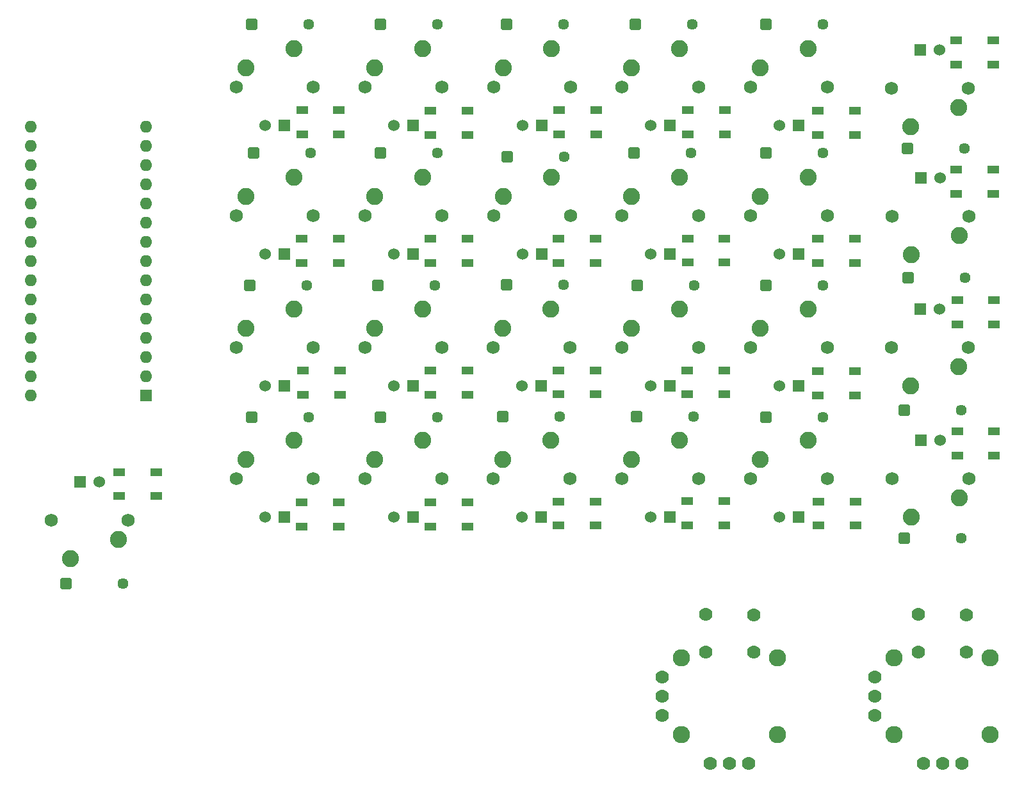
<source format=gbr>
%TF.GenerationSoftware,KiCad,Pcbnew,9.0.2*%
%TF.CreationDate,2025-06-30T11:43:15-04:00*%
%TF.ProjectId,PCB,5043422e-6b69-4636-9164-5f7063625858,rev?*%
%TF.SameCoordinates,Original*%
%TF.FileFunction,Soldermask,Top*%
%TF.FilePolarity,Negative*%
%FSLAX46Y46*%
G04 Gerber Fmt 4.6, Leading zero omitted, Abs format (unit mm)*
G04 Created by KiCad (PCBNEW 9.0.2) date 2025-06-30 11:43:15*
%MOMM*%
%LPD*%
G01*
G04 APERTURE LIST*
G04 Aperture macros list*
%AMRoundRect*
0 Rectangle with rounded corners*
0 $1 Rounding radius*
0 $2 $3 $4 $5 $6 $7 $8 $9 X,Y pos of 4 corners*
0 Add a 4 corners polygon primitive as box body*
4,1,4,$2,$3,$4,$5,$6,$7,$8,$9,$2,$3,0*
0 Add four circle primitives for the rounded corners*
1,1,$1+$1,$2,$3*
1,1,$1+$1,$4,$5*
1,1,$1+$1,$6,$7*
1,1,$1+$1,$8,$9*
0 Add four rect primitives between the rounded corners*
20,1,$1+$1,$2,$3,$4,$5,0*
20,1,$1+$1,$4,$5,$6,$7,0*
20,1,$1+$1,$6,$7,$8,$9,0*
20,1,$1+$1,$8,$9,$2,$3,0*%
G04 Aperture macros list end*
%ADD10R,1.500000X1.000000*%
%ADD11C,1.442000*%
%ADD12RoundRect,0.102000X-0.619000X-0.619000X0.619000X-0.619000X0.619000X0.619000X-0.619000X0.619000X0*%
%ADD13C,1.778000*%
%ADD14C,2.286000*%
%ADD15R,1.600000X1.600000*%
%ADD16O,1.600000X1.600000*%
%ADD17C,1.750000*%
%ADD18C,2.250000*%
%ADD19R,1.524000X1.524000*%
%ADD20C,1.524000*%
G04 APERTURE END LIST*
D10*
%TO.C,D41*%
X131300000Y-66325000D03*
X131300000Y-69525000D03*
X136200000Y-69525000D03*
X136200000Y-66325000D03*
%TD*%
D11*
%TO.C,D5*%
X73768500Y-112000000D03*
D12*
X66231500Y-112000000D03*
%TD*%
D11*
%TO.C,D3*%
X98037000Y-72500000D03*
D12*
X90500000Y-72500000D03*
%TD*%
D11*
%TO.C,D1*%
X98268500Y-38000000D03*
D12*
X90731500Y-38000000D03*
%TD*%
D11*
%TO.C,D2*%
X98537000Y-55000000D03*
D12*
X91000000Y-55000000D03*
%TD*%
D11*
%TO.C,D18*%
X149218500Y-72550000D03*
D12*
X141681500Y-72550000D03*
%TD*%
D11*
%TO.C,D14*%
X131513500Y-89874000D03*
D12*
X123976500Y-89874000D03*
%TD*%
D10*
%TO.C,D33*%
X165600000Y-83900000D03*
X165600000Y-87100000D03*
X170500000Y-87100000D03*
X170500000Y-83900000D03*
%TD*%
%TO.C,D31*%
X165700000Y-101100000D03*
X165700000Y-104300000D03*
X170600000Y-104300000D03*
X170600000Y-101100000D03*
%TD*%
D13*
%TO.C,U1*%
X150755400Y-116066500D03*
X157105400Y-116086300D03*
X150755400Y-121006500D03*
X157115400Y-121026500D03*
X151405400Y-135756500D03*
X153945400Y-135776500D03*
X156485400Y-135756500D03*
D14*
X147580400Y-121816500D03*
X147580400Y-131946500D03*
X160280400Y-131961300D03*
X160280400Y-121801300D03*
D13*
X145040400Y-124341300D03*
X145025400Y-126866500D03*
X145025400Y-129406500D03*
%TD*%
D15*
%TO.C,A1*%
X76740000Y-87060000D03*
D16*
X76740000Y-84520000D03*
X76740000Y-81980000D03*
X76740000Y-79440000D03*
X76740000Y-76900000D03*
X76740000Y-74360000D03*
X76740000Y-71820000D03*
X76740000Y-69280000D03*
X76740000Y-66740000D03*
X76740000Y-64200000D03*
X76740000Y-61660000D03*
X76740000Y-59120000D03*
X76740000Y-56580000D03*
X76740000Y-54040000D03*
X76740000Y-51500000D03*
X61500000Y-51500000D03*
X61500000Y-54040000D03*
X61500000Y-56580000D03*
X61500000Y-59120000D03*
X61500000Y-61660000D03*
X61500000Y-64200000D03*
X61500000Y-66740000D03*
X61500000Y-69280000D03*
X61500000Y-71820000D03*
X61500000Y-74360000D03*
X61500000Y-76900000D03*
X61500000Y-79440000D03*
X61500000Y-81980000D03*
X61500000Y-84520000D03*
X61500000Y-87060000D03*
%TD*%
D10*
%TO.C,D35*%
X131275000Y-83750000D03*
X131275000Y-86950000D03*
X136175000Y-86950000D03*
X136175000Y-83750000D03*
%TD*%
D11*
%TO.C,D4*%
X98268500Y-90000000D03*
D12*
X90731500Y-90000000D03*
%TD*%
D11*
%TO.C,D8*%
X115000000Y-72500000D03*
D12*
X107463000Y-72500000D03*
%TD*%
D11*
%TO.C,D13*%
X131968500Y-72400000D03*
D12*
X124431500Y-72400000D03*
%TD*%
D10*
%TO.C,D34*%
X148350000Y-83750000D03*
X148350000Y-86950000D03*
X153250000Y-86950000D03*
X153250000Y-83750000D03*
%TD*%
%TO.C,D46*%
X131400000Y-49325000D03*
X131400000Y-52525000D03*
X136300000Y-52525000D03*
X136300000Y-49325000D03*
%TD*%
%TO.C,D37*%
X97500000Y-83800000D03*
X97500000Y-87000000D03*
X102400000Y-87000000D03*
X102400000Y-83800000D03*
%TD*%
%TO.C,D40*%
X148375000Y-66300000D03*
X148375000Y-69500000D03*
X153275000Y-69500000D03*
X153275000Y-66300000D03*
%TD*%
D11*
%TO.C,D10*%
X115268500Y-38000000D03*
D12*
X107731500Y-38000000D03*
%TD*%
D10*
%TO.C,D50*%
X183918500Y-40125000D03*
X183918500Y-43325000D03*
X188818500Y-43325000D03*
X188818500Y-40125000D03*
%TD*%
D11*
%TO.C,D23*%
X166268500Y-72500000D03*
D12*
X158731500Y-72500000D03*
%TD*%
D10*
%TO.C,D38*%
X183875000Y-57175000D03*
X183875000Y-60375000D03*
X188775000Y-60375000D03*
X188775000Y-57175000D03*
%TD*%
%TO.C,D47*%
X114400000Y-49425000D03*
X114400000Y-52625000D03*
X119300000Y-52625000D03*
X119300000Y-49425000D03*
%TD*%
D11*
%TO.C,D19*%
X149208000Y-89856000D03*
D12*
X141671000Y-89856000D03*
%TD*%
D10*
%TO.C,D45*%
X148400000Y-49300000D03*
X148400000Y-52500000D03*
X153300000Y-52500000D03*
X153300000Y-49300000D03*
%TD*%
D11*
%TO.C,D20*%
X184587000Y-89000000D03*
D12*
X177050000Y-89000000D03*
%TD*%
D11*
%TO.C,D21*%
X184587000Y-106000000D03*
D12*
X177050000Y-106000000D03*
%TD*%
D10*
%TO.C,D29*%
X131300000Y-101100000D03*
X131300000Y-104300000D03*
X136200000Y-104300000D03*
X136200000Y-101100000D03*
%TD*%
D11*
%TO.C,D12*%
X132037250Y-55500000D03*
D12*
X124500250Y-55500000D03*
%TD*%
D11*
%TO.C,D24*%
X166268500Y-55000000D03*
D12*
X158731500Y-55000000D03*
%TD*%
D10*
%TO.C,D32*%
X184018500Y-91800000D03*
X184018500Y-95000000D03*
X188918500Y-95000000D03*
X188918500Y-91800000D03*
%TD*%
%TO.C,D26*%
X73200000Y-97200000D03*
X73200000Y-100400000D03*
X78100000Y-100400000D03*
X78100000Y-97200000D03*
%TD*%
%TO.C,D39*%
X165575000Y-66350000D03*
X165575000Y-69550000D03*
X170475000Y-69550000D03*
X170475000Y-66350000D03*
%TD*%
%TO.C,D28*%
X114350000Y-101200000D03*
X114350000Y-104400000D03*
X119250000Y-104400000D03*
X119250000Y-101200000D03*
%TD*%
%TO.C,D42*%
X114375000Y-66325000D03*
X114375000Y-69525000D03*
X119275000Y-69525000D03*
X119275000Y-66325000D03*
%TD*%
%TO.C,D44*%
X165600000Y-49425000D03*
X165600000Y-52625000D03*
X170500000Y-52625000D03*
X170500000Y-49425000D03*
%TD*%
D13*
%TO.C,U2*%
X178875000Y-116066500D03*
X185225000Y-116086300D03*
X178875000Y-121006500D03*
X185235000Y-121026500D03*
X179525000Y-135756500D03*
X182065000Y-135776500D03*
X184605000Y-135756500D03*
D14*
X175700000Y-121816500D03*
X175700000Y-131946500D03*
X188400000Y-131961300D03*
X188400000Y-121801300D03*
D13*
X173160000Y-124341300D03*
X173145000Y-126866500D03*
X173145000Y-129406500D03*
%TD*%
D11*
%TO.C,D11*%
X132000000Y-38000000D03*
D12*
X124463000Y-38000000D03*
%TD*%
D10*
%TO.C,D43*%
X97375000Y-66325000D03*
X97375000Y-69525000D03*
X102275000Y-69525000D03*
X102275000Y-66325000D03*
%TD*%
D11*
%TO.C,D15*%
X185037000Y-71500000D03*
D12*
X177500000Y-71500000D03*
%TD*%
D10*
%TO.C,D30*%
X148350000Y-101075000D03*
X148350000Y-104275000D03*
X153250000Y-104275000D03*
X153250000Y-101075000D03*
%TD*%
D11*
%TO.C,D9*%
X115268500Y-55000000D03*
D12*
X107731500Y-55000000D03*
%TD*%
D11*
%TO.C,D7*%
X115268500Y-90000000D03*
D12*
X107731500Y-90000000D03*
%TD*%
D10*
%TO.C,D48*%
X97400000Y-49325000D03*
X97400000Y-52525000D03*
X102300000Y-52525000D03*
X102300000Y-49325000D03*
%TD*%
%TO.C,D27*%
X97350000Y-101200000D03*
X97350000Y-104400000D03*
X102250000Y-104400000D03*
X102250000Y-101200000D03*
%TD*%
%TO.C,D36*%
X114400000Y-83800000D03*
X114400000Y-87000000D03*
X119300000Y-87000000D03*
X119300000Y-83800000D03*
%TD*%
%TO.C,D49*%
X184018500Y-74500000D03*
X184018500Y-77700000D03*
X188918500Y-77700000D03*
X188918500Y-74500000D03*
%TD*%
D11*
%TO.C,D6*%
X184955800Y-54400000D03*
D12*
X177418800Y-54400000D03*
%TD*%
D11*
%TO.C,D17*%
X148837300Y-55000000D03*
D12*
X141300300Y-55000000D03*
%TD*%
D11*
%TO.C,D25*%
X166268500Y-38000000D03*
D12*
X158731500Y-38000000D03*
%TD*%
D11*
%TO.C,D16*%
X148987000Y-37975000D03*
D12*
X141450000Y-37975000D03*
%TD*%
D11*
%TO.C,D22*%
X166268500Y-90000000D03*
D12*
X158731500Y-90000000D03*
%TD*%
D17*
%TO.C,SW13*%
X149850000Y-46295000D03*
X139690000Y-46295000D03*
D18*
X140960000Y-43755000D03*
X147310000Y-41215000D03*
D19*
X146040000Y-51375000D03*
D20*
X143500000Y-51375000D03*
%TD*%
D17*
%TO.C,SW9*%
X115895000Y-80724000D03*
X105735000Y-80724000D03*
D18*
X107005000Y-78184000D03*
X113355000Y-75644000D03*
D19*
X112085000Y-85804000D03*
D20*
X109545000Y-85804000D03*
%TD*%
D17*
%TO.C,SW24*%
X166895000Y-80724000D03*
X156735000Y-80724000D03*
D18*
X158005000Y-78184000D03*
X164355000Y-75644000D03*
D19*
X163085000Y-85804000D03*
D20*
X160545000Y-85804000D03*
%TD*%
D17*
%TO.C,SW7*%
X115900000Y-46300000D03*
X105740000Y-46300000D03*
D18*
X107010000Y-43760000D03*
X113360000Y-41220000D03*
D19*
X112090000Y-51380000D03*
D20*
X109550000Y-51380000D03*
%TD*%
D17*
%TO.C,SW19*%
X149834500Y-98080000D03*
X139674500Y-98080000D03*
D18*
X140944500Y-95540000D03*
X147294500Y-93000000D03*
D19*
X146024500Y-103160000D03*
D20*
X143484500Y-103160000D03*
%TD*%
D17*
%TO.C,SW3*%
X98900000Y-63320000D03*
X88740000Y-63320000D03*
D18*
X90010000Y-60780000D03*
X96360000Y-58240000D03*
D19*
X95090000Y-68400000D03*
D20*
X92550000Y-68400000D03*
%TD*%
D17*
%TO.C,SW11*%
X175308500Y-46405000D03*
X185468500Y-46405000D03*
D18*
X184198500Y-48945000D03*
X177848500Y-51485000D03*
D19*
X179118500Y-41325000D03*
D20*
X181658500Y-41325000D03*
%TD*%
D17*
%TO.C,SW17*%
X149850000Y-80725000D03*
X139690000Y-80725000D03*
D18*
X140960000Y-78185000D03*
X147310000Y-75645000D03*
D19*
X146040000Y-85805000D03*
D20*
X143500000Y-85805000D03*
%TD*%
D17*
%TO.C,SW26*%
X175398500Y-98060000D03*
X185558500Y-98060000D03*
D18*
X184288500Y-100600000D03*
X177938500Y-103140000D03*
D19*
X179208500Y-92980000D03*
D20*
X181748500Y-92980000D03*
%TD*%
D17*
%TO.C,SW2*%
X98905000Y-46300000D03*
X88745000Y-46300000D03*
D18*
X90015000Y-43760000D03*
X96365000Y-41220000D03*
D19*
X95095000Y-51380000D03*
D20*
X92555000Y-51380000D03*
%TD*%
D17*
%TO.C,SW12*%
X132900000Y-46300000D03*
X122740000Y-46300000D03*
D18*
X124010000Y-43760000D03*
X130360000Y-41220000D03*
D19*
X129090000Y-51380000D03*
D20*
X126550000Y-51380000D03*
%TD*%
D17*
%TO.C,SW14*%
X132920000Y-63330000D03*
X122760000Y-63330000D03*
D18*
X124030000Y-60790000D03*
X130380000Y-58250000D03*
D19*
X129110000Y-68410000D03*
D20*
X126570000Y-68410000D03*
%TD*%
D17*
%TO.C,SW5*%
X98895000Y-98058000D03*
X88735000Y-98058000D03*
D18*
X90005000Y-95518000D03*
X96355000Y-92978000D03*
D19*
X95085000Y-103138000D03*
D20*
X92545000Y-103138000D03*
%TD*%
D17*
%TO.C,SW6*%
X64220000Y-103600000D03*
X74380000Y-103600000D03*
D18*
X73110000Y-106140000D03*
X66760000Y-108680000D03*
D19*
X68030000Y-98520000D03*
D20*
X70570000Y-98520000D03*
%TD*%
D17*
%TO.C,SW22*%
X166900000Y-46300000D03*
X156740000Y-46300000D03*
D18*
X158010000Y-43760000D03*
X164360000Y-41220000D03*
D19*
X163090000Y-51380000D03*
D20*
X160550000Y-51380000D03*
%TD*%
D17*
%TO.C,SW4*%
X98895000Y-80724000D03*
X88735000Y-80724000D03*
D18*
X90005000Y-78184000D03*
X96355000Y-75644000D03*
D19*
X95085000Y-85804000D03*
D20*
X92545000Y-85804000D03*
%TD*%
D17*
%TO.C,SW25*%
X166895000Y-98058000D03*
X156735000Y-98058000D03*
D18*
X158005000Y-95518000D03*
X164355000Y-92978000D03*
D19*
X163085000Y-103138000D03*
D20*
X160545000Y-103138000D03*
%TD*%
D17*
%TO.C,SW20*%
X175398500Y-63360000D03*
X185558500Y-63360000D03*
D18*
X184288500Y-65900000D03*
X177938500Y-68440000D03*
D19*
X179208500Y-58280000D03*
D20*
X181748500Y-58280000D03*
%TD*%
D17*
%TO.C,SW23*%
X166900000Y-63320000D03*
X156740000Y-63320000D03*
D18*
X158010000Y-60780000D03*
X164360000Y-58240000D03*
D19*
X163090000Y-68400000D03*
D20*
X160550000Y-68400000D03*
%TD*%
D17*
%TO.C,SW10*%
X115895000Y-98058000D03*
X105735000Y-98058000D03*
D18*
X107005000Y-95518000D03*
X113355000Y-92978000D03*
D19*
X112085000Y-103138000D03*
D20*
X109545000Y-103138000D03*
%TD*%
D17*
%TO.C,SW21*%
X175368500Y-80760000D03*
X185528500Y-80760000D03*
D18*
X184258500Y-83300000D03*
X177908500Y-85840000D03*
D19*
X179178500Y-75680000D03*
D20*
X181718500Y-75680000D03*
%TD*%
D17*
%TO.C,SW15*%
X149850000Y-63300000D03*
X139690000Y-63300000D03*
D18*
X140960000Y-60760000D03*
X147310000Y-58220000D03*
D19*
X146040000Y-68380000D03*
D20*
X143500000Y-68380000D03*
%TD*%
D17*
%TO.C,SW18*%
X132834500Y-98080000D03*
X122674500Y-98080000D03*
D18*
X123944500Y-95540000D03*
X130294500Y-93000000D03*
D19*
X129024500Y-103160000D03*
D20*
X126484500Y-103160000D03*
%TD*%
D17*
%TO.C,SW8*%
X115900000Y-63320000D03*
X105740000Y-63320000D03*
D18*
X107010000Y-60780000D03*
X113360000Y-58240000D03*
D19*
X112090000Y-68400000D03*
D20*
X109550000Y-68400000D03*
%TD*%
D17*
%TO.C,SW16*%
X132850000Y-80750000D03*
X122690000Y-80750000D03*
D18*
X123960000Y-78210000D03*
X130310000Y-75670000D03*
D19*
X129040000Y-85830000D03*
D20*
X126500000Y-85830000D03*
%TD*%
M02*

</source>
